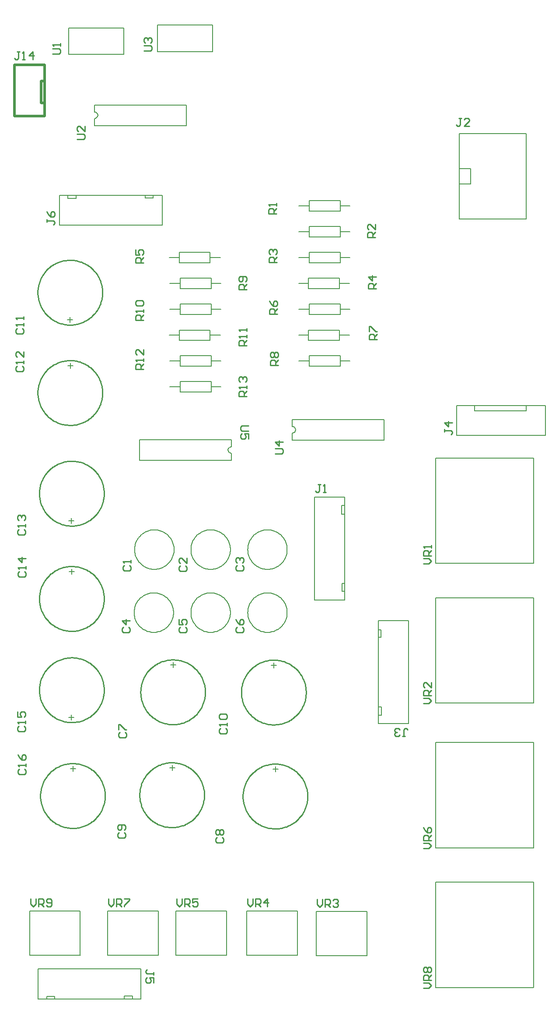
<source format=gto>
%FSTAX23Y23*%
%MOIN*%
%SFA1B1*%

%IPPOS*%
%ADD10C,0.010000*%
%ADD11C,0.007870*%
%ADD12C,0.019680*%
%ADD13C,0.007000*%
%LNfuncgen-1*%
%LPD*%
G54D10*
X0638Y05466D02*
X0638Y05476D01*
X06379Y05486*
X06378Y05496*
X06377Y05506*
X06375Y05516*
X06373Y05525*
X0637Y05535*
X06367Y05545*
X06364Y05554*
X0636Y05563*
X06356Y05572*
X06351Y05581*
X06346Y0559*
X06341Y05599*
X06336Y05607*
X0633Y05615*
X06324Y05623*
X06317Y0563*
X0631Y05638*
X06303Y05645*
X06296Y05651*
X06288Y05658*
X0628Y05664*
X06272Y0567*
X06264Y05675*
X06255Y0568*
X06246Y05685*
X06237Y0569*
X06228Y05694*
X06219Y05697*
X0621Y05701*
X062Y05703*
X0619Y05706*
X06181Y05708*
X06171Y0571*
X06161Y05711*
X06151Y05712*
X06141Y05712*
X06131Y05713*
X06121Y05712*
X06111Y05712*
X06101Y0571*
X06091Y05709*
X06081Y05707*
X06072Y05705*
X06062Y05702*
X06052Y05699*
X06043Y05695*
X06034Y05692*
X06025Y05687*
X06016Y05683*
X06007Y05678*
X05999Y05673*
X0599Y05667*
X05982Y05661*
X05975Y05655*
X05967Y05648*
X0596Y05641*
X05953Y05634*
X05946Y05627*
X0594Y05619*
X05934Y05611*
X05928Y05603*
X05923Y05594*
X05918Y05586*
X05913Y05577*
X05909Y05568*
X05905Y05559*
X05901Y05549*
X05898Y0554*
X05895Y0553*
X05893Y05521*
X05891Y05511*
X05889Y05501*
X05888Y05491*
X05887Y05481*
X05887Y05471*
Y05461*
X05887Y05451*
X05888Y05441*
X05889Y05431*
X05891Y05421*
X05893Y05412*
X05895Y05402*
X05898Y05392*
X05901Y05383*
X05905Y05373*
X05909Y05364*
X05913Y05355*
X05918Y05346*
X05923Y05338*
X05928Y05329*
X05934Y05321*
X0594Y05313*
X05946Y05305*
X05953Y05298*
X0596Y05291*
X05967Y05284*
X05975Y05277*
X05982Y05271*
X0599Y05265*
X05999Y0526*
X06007Y05254*
X06016Y05249*
X06025Y05245*
X06034Y0524*
X06043Y05237*
X06052Y05233*
X06062Y0523*
X06072Y05227*
X06081Y05225*
X06091Y05223*
X06101Y05222*
X06111Y05221*
X06121Y0522*
X06131Y0522*
X06141Y0522*
X06151Y0522*
X06161Y05221*
X06171Y05222*
X06181Y05224*
X0619Y05226*
X062Y05229*
X0621Y05232*
X06219Y05235*
X06228Y05239*
X06237Y05243*
X06246Y05247*
X06255Y05252*
X06264Y05257*
X06272Y05262*
X0628Y05268*
X06288Y05274*
X06296Y05281*
X06303Y05287*
X0631Y05294*
X06317Y05302*
X06324Y05309*
X0633Y05317*
X06336Y05325*
X06341Y05334*
X06346Y05342*
X06351Y05351*
X06356Y0536*
X0636Y05369*
X06364Y05378*
X06367Y05387*
X0637Y05397*
X06373Y05407*
X06375Y05416*
X06377Y05426*
X06378Y05436*
X06379Y05446*
X0638Y05456*
X0638Y05466*
X06392Y03899D02*
X06392Y03909D01*
X06391Y03919*
X0639Y03929*
X06388Y03939*
X06387Y03949*
X06384Y03958*
X06382Y03968*
X06379Y03978*
X06375Y03987*
X06372Y03996*
X06368Y04005*
X06363Y04014*
X06358Y04023*
X06353Y04032*
X06348Y0404*
X06342Y04048*
X06335Y04056*
X06329Y04063*
X06322Y04071*
X06315Y04078*
X06308Y04085*
X063Y04091*
X06292Y04097*
X06284Y04103*
X06276Y04108*
X06267Y04113*
X06258Y04118*
X06249Y04123*
X0624Y04127*
X06231Y0413*
X06221Y04134*
X06212Y04136*
X06202Y04139*
X06192Y04141*
X06183Y04143*
X06173Y04144*
X06163Y04145*
X06153Y04146*
X06143Y04146*
X06133Y04145*
X06123Y04145*
X06113Y04144*
X06103Y04142*
X06093Y0414*
X06083Y04138*
X06074Y04135*
X06064Y04132*
X06055Y04129*
X06046Y04125*
X06037Y0412*
X06028Y04116*
X06019Y04111*
X06011Y04106*
X06002Y041*
X05994Y04094*
X05986Y04088*
X05979Y04081*
X05972Y04074*
X05965Y04067*
X05958Y0406*
X05952Y04052*
X05946Y04044*
X0594Y04036*
X05935Y04027*
X0593Y04019*
X05925Y0401*
X05921Y04001*
X05917Y03992*
X05913Y03982*
X0591Y03973*
X05907Y03963*
X05905Y03954*
X05903Y03944*
X05901Y03934*
X059Y03924*
X05899Y03914*
X05899Y03904*
Y03894*
X05899Y03884*
X059Y03874*
X05901Y03864*
X05903Y03854*
X05905Y03845*
X05907Y03835*
X0591Y03825*
X05913Y03816*
X05917Y03806*
X05921Y03797*
X05925Y03788*
X0593Y03779*
X05935Y03771*
X0594Y03762*
X05946Y03754*
X05952Y03746*
X05958Y03739*
X05965Y03731*
X05972Y03724*
X05979Y03717*
X05986Y0371*
X05994Y03704*
X06002Y03698*
X06011Y03693*
X06019Y03687*
X06028Y03682*
X06037Y03678*
X06046Y03674*
X06055Y0367*
X06064Y03666*
X06074Y03663*
X06083Y0366*
X06093Y03658*
X06103Y03656*
X06113Y03655*
X06123Y03654*
X06133Y03653*
X06143Y03653*
X06153Y03653*
X06163Y03653*
X06173Y03654*
X06183Y03655*
X06192Y03657*
X06202Y03659*
X06212Y03662*
X06221Y03665*
X06231Y03668*
X0624Y03672*
X06249Y03676*
X06258Y0368*
X06267Y03685*
X06276Y0369*
X06284Y03695*
X06292Y03701*
X063Y03707*
X06308Y03714*
X06315Y0372*
X06322Y03727*
X06329Y03735*
X06335Y03742*
X06342Y0375*
X06348Y03758*
X06353Y03767*
X06358Y03775*
X06363Y03784*
X06368Y03793*
X06372Y03802*
X06375Y03811*
X06379Y03821*
X06382Y0383*
X06384Y0384*
X06387Y03849*
X06388Y03859*
X0639Y03869*
X06391Y03879*
X06392Y03889*
X06392Y03899*
X0638Y0623D02*
X0638Y0624D01*
X06379Y0625*
X06378Y0626*
X06377Y0627*
X06375Y06279*
X06373Y06289*
X0637Y06299*
X06367Y06308*
X06364Y06318*
X0636Y06327*
X06356Y06336*
X06351Y06345*
X06346Y06354*
X06341Y06362*
X06336Y06371*
X0633Y06379*
X06324Y06387*
X06317Y06394*
X0631Y06401*
X06303Y06409*
X06296Y06415*
X06288Y06422*
X0628Y06428*
X06272Y06434*
X06264Y06439*
X06255Y06444*
X06246Y06449*
X06237Y06453*
X06228Y06457*
X06219Y06461*
X0621Y06464*
X062Y06467*
X0619Y0647*
X06181Y06472*
X06171Y06474*
X06161Y06475*
X06151Y06476*
X06141Y06476*
X06131Y06476*
X06121Y06476*
X06111Y06475*
X06101Y06474*
X06091Y06473*
X06081Y06471*
X06072Y06468*
X06062Y06466*
X06052Y06463*
X06043Y06459*
X06034Y06455*
X06025Y06451*
X06016Y06447*
X06007Y06442*
X05999Y06436*
X0599Y06431*
X05982Y06425*
X05975Y06418*
X05967Y06412*
X0596Y06405*
X05953Y06398*
X05946Y0639*
X0594Y06383*
X05934Y06375*
X05928Y06367*
X05923Y06358*
X05918Y06349*
X05913Y06341*
X05909Y06332*
X05905Y06322*
X05901Y06313*
X05898Y06304*
X05895Y06294*
X05893Y06284*
X05891Y06275*
X05889Y06265*
X05888Y06255*
X05887Y06245*
X05887Y06235*
Y06225*
X05887Y06215*
X05888Y06205*
X05889Y06195*
X05891Y06185*
X05893Y06175*
X05895Y06166*
X05898Y06156*
X05901Y06147*
X05905Y06137*
X05909Y06128*
X05913Y06119*
X05918Y0611*
X05923Y06102*
X05928Y06093*
X05934Y06085*
X0594Y06077*
X05946Y06069*
X05953Y06062*
X0596Y06055*
X05967Y06048*
X05975Y06041*
X05982Y06035*
X0599Y06029*
X05999Y06023*
X06007Y06018*
X06016Y06013*
X06025Y06008*
X06034Y06004*
X06043Y06*
X06052Y05997*
X06062Y05994*
X06072Y05991*
X06081Y05989*
X06091Y05987*
X06101Y05985*
X06111Y05984*
X06121Y05984*
X06131Y05983*
X06141Y05983*
X06151Y05984*
X06161Y05985*
X06171Y05986*
X06181Y05988*
X0619Y0599*
X062Y05992*
X0621Y05995*
X06219Y05999*
X06228Y06002*
X06237Y06006*
X06246Y06011*
X06255Y06015*
X06264Y06021*
X06272Y06026*
X0628Y06032*
X06288Y06038*
X06296Y06044*
X06303Y06051*
X0631Y06058*
X06317Y06065*
X06324Y06073*
X0633Y06081*
X06336Y06089*
X06341Y06097*
X06346Y06106*
X06351Y06115*
X06356Y06123*
X0636Y06133*
X06364Y06142*
X06367Y06151*
X0637Y06161*
X06373Y0617*
X06375Y0618*
X06377Y0619*
X06378Y062*
X06379Y0621*
X0638Y0622*
X0638Y0623*
X06392Y03204D02*
X06392Y03214D01*
X06391Y03224*
X0639Y03234*
X06388Y03244*
X06387Y03254*
X06384Y03264*
X06382Y03273*
X06379Y03283*
X06375Y03292*
X06372Y03301*
X06368Y03311*
X06363Y03319*
X06358Y03328*
X06353Y03337*
X06348Y03345*
X06342Y03353*
X06335Y03361*
X06329Y03369*
X06322Y03376*
X06315Y03383*
X06308Y0339*
X063Y03396*
X06292Y03402*
X06284Y03408*
X06276Y03413*
X06267Y03419*
X06258Y03423*
X06249Y03428*
X0624Y03432*
X06231Y03435*
X06221Y03439*
X06212Y03442*
X06202Y03444*
X06192Y03446*
X06183Y03448*
X06173Y03449*
X06163Y0345*
X06153Y03451*
X06143Y03451*
X06133Y0345*
X06123Y0345*
X06113Y03449*
X06103Y03447*
X06093Y03445*
X06083Y03443*
X06074Y0344*
X06064Y03437*
X06055Y03434*
X06046Y0343*
X06037Y03426*
X06028Y03421*
X06019Y03416*
X06011Y03411*
X06002Y03405*
X05994Y03399*
X05986Y03393*
X05979Y03386*
X05972Y03379*
X05965Y03372*
X05958Y03365*
X05952Y03357*
X05946Y03349*
X0594Y03341*
X05935Y03333*
X0593Y03324*
X05925Y03315*
X05921Y03306*
X05917Y03297*
X05913Y03288*
X0591Y03278*
X05907Y03268*
X05905Y03259*
X05903Y03249*
X05901Y03239*
X059Y03229*
X05899Y03219*
X05899Y03209*
Y03199*
X05899Y03189*
X059Y03179*
X05901Y03169*
X05903Y0316*
X05905Y0315*
X05907Y0314*
X0591Y0313*
X05913Y03121*
X05917Y03112*
X05921Y03102*
X05925Y03093*
X0593Y03085*
X05935Y03076*
X0594Y03068*
X05946Y03059*
X05952Y03051*
X05958Y03044*
X05965Y03036*
X05972Y03029*
X05979Y03022*
X05986Y03016*
X05994Y03009*
X06002Y03003*
X06011Y02998*
X06019Y02992*
X06028Y02987*
X06037Y02983*
X06046Y02979*
X06055Y02975*
X06064Y02971*
X06074Y02968*
X06083Y02966*
X06093Y02963*
X06103Y02961*
X06113Y0296*
X06123Y02959*
X06133Y02958*
X06143Y02958*
X06153Y02958*
X06163Y02958*
X06173Y02959*
X06183Y02961*
X06192Y02962*
X06202Y02964*
X06212Y02967*
X06221Y0297*
X06231Y02973*
X0624Y02977*
X06249Y02981*
X06258Y02985*
X06267Y0299*
X06276Y02995*
X06284Y03*
X06292Y03006*
X063Y03012*
X06308Y03019*
X06315Y03026*
X06322Y03033*
X06329Y0304*
X06335Y03047*
X06342Y03055*
X06348Y03063*
X06353Y03072*
X06358Y0308*
X06363Y03089*
X06368Y03098*
X06372Y03107*
X06375Y03116*
X06379Y03126*
X06382Y03135*
X06384Y03145*
X06387Y03155*
X06388Y03164*
X0639Y03174*
X06391Y03184*
X06392Y03194*
X06392Y03204*
Y047D02*
X06392Y0471D01*
X06391Y0472*
X0639Y0473*
X06388Y0474*
X06387Y0475*
X06384Y0476*
X06382Y04769*
X06379Y04779*
X06375Y04788*
X06372Y04798*
X06368Y04807*
X06363Y04816*
X06358Y04824*
X06353Y04833*
X06348Y04841*
X06342Y04849*
X06335Y04857*
X06329Y04865*
X06322Y04872*
X06315Y04879*
X06308Y04886*
X063Y04892*
X06292Y04898*
X06284Y04904*
X06276Y0491*
X06267Y04915*
X06258Y04919*
X06249Y04924*
X0624Y04928*
X06231Y04931*
X06221Y04935*
X06212Y04938*
X06202Y0494*
X06192Y04942*
X06183Y04944*
X06173Y04945*
X06163Y04946*
X06153Y04947*
X06143Y04947*
X06133Y04947*
X06123Y04946*
X06113Y04945*
X06103Y04943*
X06093Y04941*
X06083Y04939*
X06074Y04936*
X06064Y04933*
X06055Y0493*
X06046Y04926*
X06037Y04922*
X06028Y04917*
X06019Y04912*
X06011Y04907*
X06002Y04901*
X05994Y04895*
X05986Y04889*
X05979Y04882*
X05972Y04876*
X05965Y04868*
X05958Y04861*
X05952Y04853*
X05946Y04845*
X0594Y04837*
X05935Y04829*
X0593Y0482*
X05925Y04811*
X05921Y04802*
X05917Y04793*
X05913Y04784*
X0591Y04774*
X05907Y04765*
X05905Y04755*
X05903Y04745*
X05901Y04735*
X059Y04725*
X05899Y04715*
X05899Y04705*
Y04695*
X05899Y04685*
X059Y04675*
X05901Y04665*
X05903Y04656*
X05905Y04646*
X05907Y04636*
X0591Y04626*
X05913Y04617*
X05917Y04608*
X05921Y04598*
X05925Y04589*
X0593Y04581*
X05935Y04572*
X0594Y04564*
X05946Y04555*
X05952Y04547*
X05958Y0454*
X05965Y04532*
X05972Y04525*
X05979Y04518*
X05986Y04512*
X05994Y04505*
X06002Y04499*
X06011Y04494*
X06019Y04488*
X06028Y04484*
X06037Y04479*
X06046Y04475*
X06055Y04471*
X06064Y04467*
X06074Y04464*
X06083Y04462*
X06093Y04459*
X06103Y04457*
X06113Y04456*
X06123Y04455*
X06133Y04454*
X06143Y04454*
X06153Y04454*
X06163Y04454*
X06173Y04455*
X06183Y04457*
X06192Y04458*
X06202Y0446*
X06212Y04463*
X06221Y04466*
X06231Y04469*
X0624Y04473*
X06249Y04477*
X06258Y04481*
X06267Y04486*
X06276Y04491*
X06284Y04497*
X06292Y04502*
X063Y04508*
X06308Y04515*
X06315Y04522*
X06322Y04529*
X06329Y04536*
X06335Y04544*
X06342Y04551*
X06348Y04559*
X06353Y04568*
X06358Y04576*
X06363Y04585*
X06368Y04594*
X06372Y04603*
X06375Y04612*
X06379Y04622*
X06382Y04631*
X06384Y04641*
X06387Y04651*
X06388Y0466*
X0639Y0467*
X06391Y0468*
X06392Y0469*
X06392Y047*
X064Y02399D02*
X06399Y02409D01*
X06399Y02419*
X06398Y02429*
X06396Y02439*
X06395Y02449*
X06392Y02458*
X0639Y02468*
X06387Y02478*
X06383Y02487*
X0638Y02496*
X06375Y02505*
X06371Y02514*
X06366Y02523*
X06361Y02532*
X06355Y0254*
X0635Y02548*
X06343Y02556*
X06337Y02563*
X0633Y02571*
X06323Y02578*
X06316Y02585*
X06308Y02591*
X063Y02597*
X06292Y02603*
X06283Y02608*
X06275Y02613*
X06266Y02618*
X06257Y02623*
X06248Y02627*
X06239Y0263*
X06229Y02634*
X0622Y02636*
X0621Y02639*
X062Y02641*
X0619Y02643*
X0618Y02644*
X06171Y02645*
X06161Y02646*
X06151Y02646*
X06141Y02645*
X06131Y02645*
X06121Y02644*
X06111Y02642*
X06101Y0264*
X06091Y02638*
X06082Y02635*
X06072Y02632*
X06063Y02629*
X06054Y02625*
X06044Y0262*
X06036Y02616*
X06027Y02611*
X06018Y02606*
X0601Y026*
X06002Y02594*
X05994Y02588*
X05987Y02581*
X0598Y02574*
X05973Y02567*
X05966Y0256*
X0596Y02552*
X05954Y02544*
X05948Y02536*
X05943Y02527*
X05937Y02519*
X05933Y0251*
X05929Y02501*
X05925Y02492*
X05921Y02482*
X05918Y02473*
X05915Y02463*
X05913Y02454*
X05911Y02444*
X05909Y02434*
X05908Y02424*
X05907Y02414*
X05907Y02404*
Y02394*
X05907Y02384*
X05908Y02374*
X05909Y02364*
X05911Y02354*
X05913Y02345*
X05915Y02335*
X05918Y02325*
X05921Y02316*
X05925Y02306*
X05929Y02297*
X05933Y02288*
X05937Y02279*
X05943Y02271*
X05948Y02262*
X05954Y02254*
X0596Y02246*
X05966Y02239*
X05973Y02231*
X0598Y02224*
X05987Y02217*
X05994Y0221*
X06002Y02204*
X0601Y02198*
X06018Y02193*
X06027Y02187*
X06036Y02182*
X06044Y02178*
X06054Y02174*
X06063Y0217*
X06072Y02166*
X06082Y02163*
X06091Y0216*
X06101Y02158*
X06111Y02156*
X06121Y02155*
X06131Y02154*
X06141Y02153*
X06151Y02153*
X06161Y02153*
X06171Y02153*
X0618Y02154*
X0619Y02155*
X062Y02157*
X0621Y02159*
X0622Y02162*
X06229Y02165*
X06239Y02168*
X06248Y02172*
X06257Y02176*
X06266Y0218*
X06275Y02185*
X06283Y0219*
X06292Y02195*
X063Y02201*
X06308Y02207*
X06316Y02214*
X06323Y0222*
X0633Y02227*
X06337Y02235*
X06343Y02242*
X0635Y0225*
X06355Y02258*
X06361Y02267*
X06366Y02275*
X06371Y02284*
X06375Y02293*
X0638Y02302*
X06383Y02311*
X06387Y02321*
X0639Y0233*
X06392Y0234*
X06395Y02349*
X06396Y02359*
X06398Y02369*
X06399Y02379*
X06399Y02389*
X064Y02399*
X07163Y03188D02*
X07163Y03198D01*
X07163Y03208*
X07162Y03218*
X0716Y03228*
X07158Y03238*
X07156Y03248*
X07153Y03257*
X0715Y03267*
X07147Y03276*
X07143Y03286*
X07139Y03295*
X07135Y03304*
X0713Y03312*
X07125Y03321*
X07119Y03329*
X07113Y03337*
X07107Y03345*
X07101Y03353*
X07094Y0336*
X07087Y03367*
X07079Y03374*
X07072Y0338*
X07064Y03386*
X07056Y03392*
X07047Y03398*
X07039Y03403*
X0703Y03408*
X07021Y03412*
X07012Y03416*
X07002Y0342*
X06993Y03423*
X06983Y03426*
X06974Y03428*
X06964Y0343*
X06954Y03432*
X06944Y03433*
X06934Y03434*
X06924Y03435*
X06914Y03435*
X06904Y03435*
X06894Y03434*
X06884Y03433*
X06875Y03431*
X06865Y03429*
X06855Y03427*
X06845Y03424*
X06836Y03421*
X06827Y03418*
X06817Y03414*
X06808Y0341*
X06799Y03405*
X06791Y034*
X06782Y03395*
X06774Y03389*
X06766Y03383*
X06758Y03377*
X06751Y03371*
X06743Y03364*
X06736Y03357*
X0673Y03349*
X06723Y03341*
X06717Y03333*
X06712Y03325*
X06706Y03317*
X06701Y03308*
X06697Y03299*
X06692Y0329*
X06688Y03281*
X06685Y03272*
X06682Y03262*
X06679Y03253*
X06676Y03243*
X06674Y03233*
X06673Y03223*
X06672Y03213*
X06671Y03203*
X0667Y03193*
Y03183*
X06671Y03173*
X06672Y03164*
X06673Y03154*
X06674Y03144*
X06676Y03134*
X06679Y03124*
X06682Y03115*
X06685Y03105*
X06688Y03096*
X06692Y03087*
X06697Y03078*
X06701Y03069*
X06706Y0306*
X06712Y03052*
X06717Y03044*
X06723Y03036*
X0673Y03028*
X06736Y0302*
X06743Y03013*
X06751Y03006*
X06758Y03*
X06766Y02994*
X06774Y02988*
X06782Y02982*
X06791Y02977*
X06799Y02972*
X06808Y02967*
X06817Y02963*
X06827Y02959*
X06836Y02956*
X06845Y02953*
X06855Y0295*
X06865Y02948*
X06875Y02946*
X06884Y02944*
X06894Y02943*
X06904Y02942*
X06914Y02942*
X06924Y02942*
X06934Y02943*
X06944Y02943*
X06954Y02945*
X06964Y02947*
X06974Y02949*
X06983Y02951*
X06993Y02954*
X07002Y02957*
X07012Y02961*
X07021Y02965*
X0703Y02969*
X07039Y02974*
X07047Y02979*
X07056Y02985*
X07064Y02991*
X07072Y02997*
X07079Y03003*
X07087Y0301*
X07094Y03017*
X07101Y03024*
X07107Y03032*
X07113Y0304*
X07119Y03048*
X07125Y03056*
X0713Y03064*
X07135Y03073*
X07139Y03082*
X07143Y03091*
X07147Y03101*
X0715Y0311*
X07153Y03119*
X07156Y03129*
X07158Y03139*
X0716Y03149*
X07162Y03159*
X07163Y03169*
X07163Y03178*
X07163Y03188*
X07943Y02395D02*
X07943Y02405D01*
X07942Y02415*
X07941Y02425*
X0794Y02435*
X07938Y02445*
X07936Y02455*
X07933Y02464*
X0793Y02474*
X07927Y02483*
X07923Y02492*
X07919Y02501*
X07914Y0251*
X07909Y02519*
X07904Y02528*
X07899Y02536*
X07893Y02544*
X07887Y02552*
X0788Y0256*
X07873Y02567*
X07866Y02574*
X07859Y02581*
X07851Y02587*
X07843Y02593*
X07835Y02599*
X07827Y02604*
X07818Y0261*
X07809Y02614*
X078Y02619*
X07791Y02623*
X07782Y02626*
X07773Y0263*
X07763Y02633*
X07753Y02635*
X07744Y02637*
X07734Y02639*
X07724Y0264*
X07714Y02641*
X07704Y02642*
X07694Y02642*
X07684Y02641*
X07674Y02641*
X07664Y0264*
X07654Y02638*
X07644Y02636*
X07635Y02634*
X07625Y02631*
X07615Y02628*
X07606Y02625*
X07597Y02621*
X07588Y02617*
X07579Y02612*
X0757Y02607*
X07562Y02602*
X07553Y02596*
X07545Y0259*
X07538Y02584*
X0753Y02577*
X07523Y0257*
X07516Y02563*
X07509Y02556*
X07503Y02548*
X07497Y0254*
X07491Y02532*
X07486Y02523*
X07481Y02515*
X07476Y02506*
X07472Y02497*
X07468Y02488*
X07464Y02478*
X07461Y02469*
X07458Y02459*
X07456Y0245*
X07454Y0244*
X07452Y0243*
X07451Y0242*
X0745Y0241*
X0745Y024*
Y0239*
X0745Y0238*
X07451Y0237*
X07452Y0236*
X07454Y0235*
X07456Y02341*
X07458Y02331*
X07461Y02321*
X07464Y02312*
X07468Y02303*
X07472Y02293*
X07476Y02284*
X07481Y02276*
X07486Y02267*
X07491Y02258*
X07497Y0225*
X07503Y02242*
X07509Y02235*
X07516Y02227*
X07523Y0222*
X0753Y02213*
X07538Y02206*
X07545Y022*
X07553Y02194*
X07562Y02189*
X0757Y02183*
X07579Y02178*
X07588Y02174*
X07597Y0217*
X07606Y02166*
X07615Y02162*
X07625Y02159*
X07635Y02157*
X07644Y02154*
X07654Y02152*
X07664Y02151*
X07674Y0215*
X07684Y02149*
X07694Y02149*
X07704Y02149*
X07714Y02149*
X07724Y0215*
X07734Y02151*
X07744Y02153*
X07753Y02155*
X07763Y02158*
X07773Y02161*
X07782Y02164*
X07791Y02168*
X078Y02172*
X07809Y02176*
X07818Y02181*
X07827Y02186*
X07835Y02191*
X07843Y02197*
X07851Y02203*
X07859Y0221*
X07866Y02216*
X07873Y02224*
X0788Y02231*
X07887Y02238*
X07893Y02246*
X07899Y02254*
X07904Y02263*
X07909Y02271*
X07914Y0228*
X07919Y02289*
X07923Y02298*
X07927Y02307*
X0793Y02317*
X07933Y02326*
X07936Y02336*
X07938Y02346*
X0794Y02355*
X07941Y02365*
X07942Y02375*
X07943Y02385*
X07943Y02395*
X07155Y02405D02*
X07155Y02415D01*
X07155Y02425*
X07154Y02435*
X07152Y02445*
X0715Y02455*
X07148Y02464*
X07146Y02474*
X07143Y02484*
X07139Y02493*
X07135Y02502*
X07131Y02511*
X07127Y0252*
X07122Y02529*
X07117Y02538*
X07111Y02546*
X07105Y02554*
X07099Y02562*
X07093Y02569*
X07086Y02577*
X07079Y02584*
X07071Y0259*
X07064Y02597*
X07056Y02603*
X07048Y02609*
X07039Y02614*
X07031Y02619*
X07022Y02624*
X07013Y02629*
X07004Y02633*
X06995Y02636*
X06985Y02639*
X06976Y02642*
X06966Y02645*
X06956Y02647*
X06946Y02649*
X06936Y0265*
X06926Y02651*
X06916Y02651*
X06906Y02652*
X06896Y02651*
X06886Y02651*
X06877Y02649*
X06867Y02648*
X06857Y02646*
X06847Y02644*
X06838Y02641*
X06828Y02638*
X06819Y02634*
X06809Y02631*
X068Y02626*
X06791Y02622*
X06783Y02617*
X06774Y02612*
X06766Y02606*
X06758Y026*
X0675Y02594*
X06743Y02587*
X06736Y0258*
X06729Y02573*
X06722Y02566*
X06716Y02558*
X06709Y0255*
X06704Y02542*
X06698Y02533*
X06693Y02525*
X06689Y02516*
X06684Y02507*
X0668Y02498*
X06677Y02488*
X06674Y02479*
X06671Y02469*
X06669Y0246*
X06666Y0245*
X06665Y0244*
X06664Y0243*
X06663Y0242*
X06662Y0241*
Y024*
X06663Y0239*
X06664Y0238*
X06665Y0237*
X06666Y0236*
X06669Y02351*
X06671Y02341*
X06674Y02331*
X06677Y02322*
X0668Y02312*
X06684Y02303*
X06689Y02294*
X06693Y02285*
X06698Y02277*
X06704Y02268*
X06709Y0226*
X06716Y02252*
X06722Y02244*
X06729Y02237*
X06736Y0223*
X06743Y02223*
X0675Y02216*
X06758Y0221*
X06766Y02204*
X06774Y02198*
X06783Y02193*
X06791Y02188*
X068Y02184*
X06809Y02179*
X06819Y02176*
X06828Y02172*
X06838Y02169*
X06847Y02166*
X06857Y02164*
X06867Y02162*
X06877Y02161*
X06886Y0216*
X06896Y02159*
X06906Y02158*
X06916Y02159*
X06926Y02159*
X06936Y0216*
X06946Y02161*
X06956Y02163*
X06966Y02165*
X06976Y02168*
X06985Y02171*
X06995Y02174*
X07004Y02177*
X07013Y02182*
X07022Y02186*
X07031Y02191*
X07039Y02196*
X07048Y02201*
X07056Y02207*
X07064Y02213*
X07071Y0222*
X07079Y02226*
X07086Y02233*
X07093Y02241*
X07099Y02248*
X07105Y02256*
X07111Y02264*
X07117Y02272*
X07122Y02281*
X07127Y0229*
X07131Y02299*
X07135Y02308*
X07139Y02317*
X07143Y02326*
X07146Y02336*
X07148Y02346*
X0715Y02355*
X07152Y02365*
X07154Y02375*
X07155Y02385*
X07155Y02395*
X07155Y02405*
X07931Y03187D02*
X07931Y03197D01*
X0793Y03206*
X07929Y03216*
X07928Y03226*
X07926Y03236*
X07924Y03246*
X07921Y03256*
X07918Y03265*
X07915Y03274*
X07911Y03284*
X07907Y03293*
X07902Y03302*
X07898Y03311*
X07892Y03319*
X07887Y03327*
X07881Y03335*
X07875Y03343*
X07868Y03351*
X07862Y03358*
X07854Y03365*
X07847Y03372*
X07839Y03378*
X07831Y03384*
X07823Y0339*
X07815Y03396*
X07806Y03401*
X07798Y03406*
X07789Y0341*
X07779Y03414*
X0777Y03418*
X07761Y03421*
X07751Y03424*
X07741Y03426*
X07732Y03428*
X07722Y0343*
X07712Y03432*
X07702Y03432*
X07692Y03433*
X07682Y03433*
X07672Y03433*
X07662Y03432*
X07652Y03431*
X07642Y03429*
X07632Y03427*
X07623Y03425*
X07613Y03422*
X07604Y03419*
X07594Y03416*
X07585Y03412*
X07576Y03408*
X07567Y03403*
X07558Y03398*
X0755Y03393*
X07542Y03387*
X07534Y03381*
X07526Y03375*
X07518Y03369*
X07511Y03362*
X07504Y03355*
X07497Y03347*
X07491Y03339*
X07485Y03331*
X07479Y03323*
X07474Y03315*
X07469Y03306*
X07464Y03297*
X0746Y03288*
X07456Y03279*
X07453Y0327*
X07449Y0326*
X07447Y03251*
X07444Y03241*
X07442Y03231*
X0744Y03221*
X07439Y03211*
X07438Y03201*
X07438Y03192*
Y03182*
X07438Y03172*
X07439Y03162*
X0744Y03152*
X07442Y03142*
X07444Y03132*
X07447Y03122*
X07449Y03113*
X07453Y03103*
X07456Y03094*
X0746Y03085*
X07464Y03076*
X07469Y03067*
X07474Y03058*
X07479Y0305*
X07485Y03042*
X07491Y03034*
X07497Y03026*
X07504Y03018*
X07511Y03011*
X07518Y03004*
X07526Y02998*
X07534Y02992*
X07542Y02986*
X0755Y0298*
X07558Y02975*
X07567Y0297*
X07576Y02965*
X07585Y02961*
X07594Y02957*
X07604Y02954*
X07613Y02951*
X07623Y02948*
X07632Y02946*
X07642Y02944*
X07652Y02942*
X07662Y02941*
X07672Y0294*
X07682Y0294*
X07692Y0294*
X07702Y02941*
X07712Y02942*
X07722Y02943*
X07732Y02945*
X07741Y02947*
X07751Y02949*
X07761Y02952*
X0777Y02955*
X07779Y02959*
X07789Y02963*
X07798Y02967*
X07806Y02972*
X07815Y02977*
X07823Y02983*
X07831Y02989*
X07839Y02995*
X07847Y03001*
X07854Y03008*
X07862Y03015*
X07868Y03022*
X07875Y0303*
X07881Y03038*
X07887Y03046*
X07892Y03054*
X07898Y03063*
X07902Y03071*
X07907Y0308*
X07911Y03089*
X07915Y03099*
X07918Y03108*
X07921Y03117*
X07924Y03127*
X07926Y03137*
X07928Y03147*
X07929Y03157*
X0793Y03167*
X07931Y03177*
X07931Y03187*
X08984Y05188D02*
Y05168D01*
Y05178*
X09034*
X09044Y05168*
Y05158*
X09034Y05148*
X09044Y05238D02*
X08984D01*
X09014Y05208*
Y05248*
X08824Y03102D02*
X08864D01*
X08884Y03122*
X08864Y03142*
X08824*
X08884Y03162D02*
X08824D01*
Y03192*
X08834Y03202*
X08854*
X08864Y03192*
Y03162*
Y03182D02*
X08884Y03202D01*
Y03262D02*
Y03222D01*
X08844Y03262*
X08834*
X08824Y03252*
Y03232*
X08834Y03222*
X08824Y04165D02*
X08864D01*
X08884Y04185*
X08864Y04205*
X08824*
X08884Y04225D02*
X08824D01*
Y04255*
X08834Y04265*
X08854*
X08864Y04255*
Y04225*
Y04245D02*
X08884Y04265D01*
Y04285D02*
Y04305D01*
Y04295*
X08824*
X08834Y04285*
X06695Y0807D02*
X06745D01*
X06755Y0808*
Y081*
X06745Y0811*
X06695*
X06705Y0813D02*
X06695Y0814D01*
Y0816*
X06705Y0817*
X06715*
X06725Y0816*
Y0815*
Y0816*
X06735Y0817*
X06745*
X06755Y0816*
Y0814*
X06745Y0813*
X05999Y08047D02*
X06049D01*
X06059Y08057*
Y08077*
X06049Y08087*
X05999*
X06059Y08107D02*
Y08127D01*
Y08117*
X05999*
X06009Y08107*
X06187Y07395D02*
X06237D01*
X06247Y07405*
Y07425*
X06237Y07435*
X06187*
X06247Y07495D02*
Y07455D01*
X06207Y07495*
X06197*
X06187Y07485*
Y07465*
X06197Y07455*
X0846Y06649D02*
X084D01*
Y06679*
X0841Y06689*
X0843*
X0844Y06679*
Y06649*
Y06669D02*
X0846Y06689D01*
Y06749D02*
Y06709D01*
X0842Y06749*
X0841*
X084Y06739*
Y06719*
X0841Y06709*
X07704Y0683D02*
X07644D01*
Y0686*
X07654Y0687*
X07674*
X07684Y0686*
Y0683*
Y0685D02*
X07704Y0687D01*
Y0689D02*
Y0691D01*
Y069*
X07644*
X07654Y0689*
X09114Y07556D02*
X09094D01*
X09104*
Y07506*
X09094Y07496*
X09084*
X09074Y07506*
X09174Y07496D02*
X09134D01*
X09174Y07536*
Y07546*
X09164Y07556*
X09144*
X09134Y07546*
X06768Y01035D02*
Y01055D01*
Y01045*
X06718*
X06708Y01055*
Y01065*
X06718Y01075*
X06768Y00975D02*
Y01015D01*
X06738*
X06748Y00995*
Y00985*
X06738Y00975*
X06718*
X06708Y00985*
Y01005*
X06718Y01015*
X08665Y02853D02*
X08685D01*
X08675*
Y02903*
X08685Y02913*
X08695*
X08705Y02903*
X08645Y02863D02*
X08635Y02853D01*
X08615*
X08605Y02863*
Y02873*
X08615Y02883*
X08625*
X08615*
X08605Y02893*
Y02903*
X08615Y02913*
X08635*
X08645Y02903*
X08043Y04768D02*
X08023D01*
X08033*
Y04718*
X08023Y04708*
X08013*
X08003Y04718*
X08063Y04708D02*
X08083D01*
X08073*
Y04768*
X08063Y04758*
X07406Y03681D02*
X07396Y03671D01*
Y03651*
X07406Y03641*
X07446*
X07456Y03651*
Y03671*
X07446Y03681*
X07396Y03741D02*
X07406Y03721D01*
X07426Y03701*
X07446*
X07456Y03711*
Y03731*
X07446Y03741*
X07436*
X07426Y03731*
Y03701*
X06973Y03681D02*
X06963Y03671D01*
Y03651*
X06973Y03641*
X07013*
X07023Y03651*
Y03671*
X07013Y03681*
X06963Y03741D02*
Y03701D01*
X06993*
X06983Y03721*
Y03731*
X06993Y03741*
X07013*
X07023Y03731*
Y03711*
X07013Y03701*
X0654Y03681D02*
X0653Y03671D01*
Y03651*
X0654Y03641*
X0658*
X0659Y03651*
Y03671*
X0658Y03681*
X0659Y03731D02*
X0653D01*
X0656Y03701*
Y03741*
X07406Y04154D02*
X07396Y04144D01*
Y04124*
X07406Y04114*
X07446*
X07456Y04124*
Y04144*
X07446Y04154*
X07406Y04174D02*
X07396Y04184D01*
Y04204*
X07406Y04214*
X07416*
X07426Y04204*
Y04194*
Y04204*
X07436Y04214*
X07446*
X07456Y04204*
Y04184*
X07446Y04174*
X05956Y06787D02*
Y06767D01*
Y06777*
X06006*
X06016Y06767*
Y06757*
X06006Y06747*
X05956Y06847D02*
X05966Y06827D01*
X05986Y06807*
X06006*
X06016Y06817*
Y06837*
X06006Y06847*
X05996*
X05986Y06837*
Y06807*
X07695Y05001D02*
X07745D01*
X07755Y05011*
Y05031*
X07745Y05041*
X07695*
X07755Y05091D02*
X07695D01*
X07725Y05061*
Y05101*
X0748Y06251D02*
X0742D01*
Y06281*
X0743Y06291*
X0745*
X0746Y06281*
Y06251*
Y06271D02*
X0748Y06291D01*
X0747Y06311D02*
X0748Y06321D01*
Y06341*
X0747Y06351*
X0743*
X0742Y06341*
Y06321*
X0743Y06311*
X0744*
X0745Y06321*
Y06351*
X0772Y05677D02*
X0766D01*
Y05707*
X0767Y05717*
X0769*
X077Y05707*
Y05677*
Y05697D02*
X0772Y05717D01*
X0767Y05737D02*
X0766Y05747D01*
Y05767*
X0767Y05777*
X0768*
X0769Y05767*
X077Y05777*
X0771*
X0772Y05767*
Y05747*
X0771Y05737*
X077*
X0769Y05747*
X0768Y05737*
X0767*
X0769Y05747D02*
Y05767D01*
X08472Y05874D02*
X08412D01*
Y05904*
X08422Y05914*
X08442*
X08452Y05904*
Y05874*
Y05894D02*
X08472Y05914D01*
X08412Y05934D02*
Y05973D01*
X08422*
X08462Y05934*
X08472*
X07712Y06066D02*
X07652D01*
Y06096*
X07662Y06106*
X07682*
X07692Y06096*
Y06066*
Y06086D02*
X07712Y06106D01*
X07652Y06166D02*
X07662Y06146D01*
X07682Y06126*
X07702*
X07712Y06136*
Y06156*
X07702Y06166*
X07692*
X07682Y06156*
Y06126*
X06692Y06456D02*
X06632D01*
Y06486*
X06642Y06496*
X06662*
X06672Y06486*
Y06456*
Y06476D02*
X06692Y06496D01*
X06632Y06556D02*
Y06516D01*
X06662*
X06652Y06536*
Y06546*
X06662Y06556*
X06682*
X06692Y06546*
Y06526*
X06682Y06516*
X08464Y06259D02*
X08404D01*
Y06289*
X08414Y06299*
X08434*
X08444Y06289*
Y06259*
Y06279D02*
X08464Y06299D01*
Y06349D02*
X08404D01*
X08434Y06319*
Y06359*
X07708Y0646D02*
X07648D01*
Y0649*
X07658Y065*
X07678*
X07688Y0649*
Y0646*
Y0648D02*
X07708Y065D01*
X07658Y0652D02*
X07648Y0653D01*
Y0655*
X07658Y0656*
X07668*
X07678Y0655*
Y0654*
Y0655*
X07688Y0656*
X07698*
X07708Y0655*
Y0653*
X07698Y0652*
X0728Y02912D02*
X0727Y02902D01*
Y02882*
X0728Y02872*
X0732*
X0733Y02882*
Y02902*
X0732Y02912*
X0733Y02932D02*
Y02952D01*
Y02942*
X0727*
X0728Y02932*
Y02982D02*
X0727Y02992D01*
Y03012*
X0728Y03022*
X0732*
X0733Y03012*
Y02992*
X0732Y02982*
X0728*
X06505Y0212D02*
X06495Y0211D01*
Y0209*
X06505Y0208*
X06545*
X06555Y0209*
Y0211*
X06545Y0212*
Y0214D02*
X06555Y0215D01*
Y0217*
X06545Y0218*
X06505*
X06495Y0217*
Y0215*
X06505Y0214*
X06515*
X06525Y0215*
Y0218*
X07253Y02081D02*
X07243Y02071D01*
Y02051*
X07253Y02041*
X07293*
X07303Y02051*
Y02071*
X07293Y02081*
X07253Y02101D02*
X07243Y02111D01*
Y02131*
X07253Y02141*
X07263*
X07273Y02131*
X07283Y02141*
X07293*
X07303Y02131*
Y02111*
X07293Y02101*
X07283*
X07273Y02111*
X07263Y02101*
X07253*
X07273Y02111D02*
Y02131D01*
X06513Y02884D02*
X06503Y02874D01*
Y02854*
X06513Y02844*
X06552*
X06562Y02854*
Y02874*
X06552Y02884*
X06503Y02904D02*
Y02944D01*
X06513*
X06552Y02904*
X06562*
X06544Y04154D02*
X06534Y04144D01*
Y04124*
X06544Y04114*
X06584*
X06594Y04124*
Y04144*
X06584Y04154*
X06594Y04174D02*
Y04194D01*
Y04184*
X06534*
X06544Y04174*
X06973Y0415D02*
X06963Y0414D01*
Y0412*
X06973Y0411*
X07013*
X07023Y0412*
Y0414*
X07013Y0415*
X07023Y0421D02*
Y0417D01*
X06983Y0421*
X06973*
X06963Y042*
Y0418*
X06973Y0417*
X07493Y05215D02*
X07443D01*
X07433Y05205*
Y05185*
X07443Y05175*
X07493*
Y05115D02*
Y05155D01*
X07463*
X07473Y05135*
Y05125*
X07463Y05115*
X07443*
X07433Y05125*
Y05145*
X07443Y05155*
X05745Y02602D02*
X05735Y02592D01*
Y02572*
X05745Y02562*
X05785*
X05795Y02572*
Y02592*
X05785Y02602*
X05795Y02622D02*
Y02642D01*
Y02632*
X05735*
X05745Y02622*
X05735Y02712D02*
X05745Y02692D01*
X05765Y02672*
X05785*
X05795Y02682*
Y02702*
X05785Y02712*
X05775*
X05765Y02702*
Y02672*
X05741Y0293D02*
X05731Y0292D01*
Y029*
X05741Y0289*
X05781*
X05791Y029*
Y0292*
X05781Y0293*
X05791Y0295D02*
Y0297D01*
Y0296*
X05731*
X05741Y0295*
X05731Y0304D02*
Y03D01*
X05761*
X05751Y0302*
Y0303*
X05761Y0304*
X05781*
X05791Y0303*
Y0301*
X05781Y03*
X05745Y04106D02*
X05735Y04096D01*
Y04076*
X05745Y04066*
X05785*
X05795Y04076*
Y04096*
X05785Y04106*
X05795Y04126D02*
Y04146D01*
Y04136*
X05735*
X05745Y04126*
X05795Y04206D02*
X05735D01*
X05765Y04176*
Y04216*
X05741Y04426D02*
X05731Y04416D01*
Y04396*
X05741Y04386*
X05781*
X05791Y04396*
Y04416*
X05781Y04426*
X05791Y04446D02*
Y04466D01*
Y04456*
X05731*
X05741Y04446*
Y04496D02*
X05731Y04506D01*
Y04526*
X05741Y04536*
X05751*
X05761Y04526*
Y04516*
Y04526*
X05771Y04536*
X05781*
X05791Y04526*
Y04506*
X05781Y04496*
X05729Y05669D02*
X05719Y05659D01*
Y05639*
X05729Y05629*
X05769*
X05779Y05639*
Y05659*
X05769Y05669*
X05779Y05689D02*
Y05709D01*
Y05699*
X05719*
X05729Y05689*
X05779Y05779D02*
Y05739D01*
X05739Y05779*
X05729*
X05719Y05769*
Y05749*
X05729Y05739*
X05729Y05955D02*
X05719Y05945D01*
Y05925*
X05729Y05915*
X05769*
X05779Y05925*
Y05945*
X05769Y05955*
X05779Y05975D02*
Y05995D01*
Y05985*
X05719*
X05729Y05975*
X05779Y06025D02*
Y06045D01*
Y06035*
X05719*
X05729Y06025*
X06692Y06019D02*
X06632D01*
Y06049*
X06642Y06059*
X06662*
X06672Y06049*
Y06019*
Y06039D02*
X06692Y06059D01*
Y06079D02*
Y06099D01*
Y06089*
X06632*
X06642Y06079*
Y06129D02*
X06632Y06139D01*
Y06159*
X06642Y06169*
X06682*
X06692Y06159*
Y06139*
X06682Y06129*
X06642*
X0748Y05826D02*
X0742D01*
Y05856*
X0743Y05866*
X0745*
X0746Y05856*
Y05826*
Y05846D02*
X0748Y05866D01*
Y05886D02*
Y05906D01*
Y05896*
X0742*
X0743Y05886*
X0748Y05936D02*
Y05956D01*
Y05946*
X0742*
X0743Y05936*
X06692Y05645D02*
X06632D01*
Y05675*
X06642Y05685*
X06662*
X06672Y05675*
Y05645*
Y05665D02*
X06692Y05685D01*
Y05705D02*
Y05725D01*
Y05715*
X06632*
X06642Y05705*
X06692Y05795D02*
Y05755D01*
X06652Y05795*
X06642*
X06632Y05785*
Y05765*
X06642Y05755*
X0748Y0544D02*
X0742D01*
Y0547*
X0743Y0548*
X0745*
X0746Y0547*
Y0544*
Y0546D02*
X0748Y0548D01*
Y055D02*
Y0552D01*
Y0551*
X0742*
X0743Y055*
Y0555D02*
X0742Y0556D01*
Y0558*
X0743Y0559*
X0744*
X0745Y0558*
Y0557*
Y0558*
X0746Y0559*
X0747*
X0748Y0558*
Y0556*
X0747Y0555*
X08824Y02D02*
X08864D01*
X08884Y0202*
X08864Y0204*
X08824*
X08884Y0206D02*
X08824D01*
Y0209*
X08834Y021*
X08854*
X08864Y0209*
Y0206*
Y0208D02*
X08884Y021D01*
X08824Y0216D02*
X08834Y0214D01*
X08854Y0212*
X08874*
X08884Y0213*
Y0215*
X08874Y0216*
X08864*
X08854Y0215*
Y0212*
X08824Y00937D02*
X08864D01*
X08884Y00957*
X08864Y00977*
X08824*
X08884Y00997D02*
X08824D01*
Y01027*
X08834Y01037*
X08854*
X08864Y01027*
Y00997*
Y01017D02*
X08884Y01037D01*
X08834Y01057D02*
X08824Y01067D01*
Y01087*
X08834Y01097*
X08844*
X08854Y01087*
X08864Y01097*
X08874*
X08884Y01087*
Y01067*
X08874Y01057*
X08864*
X08854Y01067*
X08844Y01057*
X08834*
X08854Y01067D02*
Y01087D01*
X05749Y08064D02*
X05729D01*
X05739*
Y08014*
X05729Y08004*
X05719*
X05709Y08014*
X05769Y08004D02*
X05789D01*
X05779*
Y08064*
X05769Y08054*
X05849Y08004D02*
Y08064D01*
X05819Y08034*
X05859*
X08016Y01613D02*
Y01573D01*
X08036Y01553*
X08056Y01573*
Y01613*
X08076Y01553D02*
Y01613D01*
X08106*
X08116Y01603*
Y01583*
X08106Y01573*
X08076*
X08096D02*
X08116Y01553D01*
X08136Y01603D02*
X08146Y01613D01*
X08166*
X08176Y01603*
Y01593*
X08166Y01583*
X08156*
X08166*
X08176Y01573*
Y01563*
X08166Y01553*
X08146*
X08136Y01563*
X07485Y01617D02*
Y01577D01*
X07505Y01557*
X07525Y01577*
Y01617*
X07545Y01557D02*
Y01617D01*
X07575*
X07585Y01607*
Y01587*
X07575Y01577*
X07545*
X07565D02*
X07585Y01557D01*
X07635D02*
Y01617D01*
X07605Y01587*
X07645*
X06945Y01617D02*
Y01577D01*
X06965Y01557*
X06985Y01577*
Y01617*
X07005Y01557D02*
Y01617D01*
X07035*
X07045Y01607*
Y01587*
X07035Y01577*
X07005*
X07025D02*
X07045Y01557D01*
X07105Y01617D02*
X07065D01*
Y01587*
X07085Y01597*
X07095*
X07105Y01587*
Y01567*
X07095Y01557*
X07075*
X07065Y01567*
X06426Y01617D02*
Y01577D01*
X06446Y01557*
X06466Y01577*
Y01617*
X06486Y01557D02*
Y01617D01*
X06516*
X06526Y01607*
Y01587*
X06516Y01577*
X06486*
X06506D02*
X06526Y01557D01*
X06546Y01617D02*
X06586D01*
Y01607*
X06546Y01567*
Y01557*
X05831Y01617D02*
Y01577D01*
X05851Y01557*
X05871Y01577*
Y01617*
X05891Y01557D02*
Y01617D01*
X05921*
X05931Y01607*
Y01587*
X05921Y01577*
X05891*
X05911D02*
X05931Y01557D01*
X05951Y01567D02*
X05961Y01557D01*
X05981*
X05991Y01567*
Y01607*
X05981Y01617*
X05961*
X05951Y01607*
Y01597*
X05961Y01587*
X05991*
G54D11*
X06319Y07553D02*
X06328Y07555D01*
X06336Y07561*
X06342Y07569*
X06344Y07578*
X06342Y07588*
X06336Y07596*
X06328Y07601*
X06319Y07603*
X07354Y04273D02*
X07354Y04283D01*
X07353Y04293*
X07351Y04303*
X07349Y04313*
X07346Y04322*
X07342Y04332*
X07338Y04341*
X07333Y0435*
X07328Y04358*
X07322Y04366*
X07315Y04374*
X07309Y04381*
X07301Y04388*
X07293Y04394*
X07285Y044*
X07276Y04405*
X07267Y04409*
X07258Y04413*
X07249Y04416*
X07239Y04419*
X07229Y04421*
X07219Y04422*
X07209Y04423*
X07199*
X07189Y04422*
X07179Y04421*
X07169Y04419*
X0716Y04416*
X0715Y04413*
X07141Y04409*
X07132Y04405*
X07124Y044*
X07115Y04394*
X07107Y04388*
X071Y04381*
X07093Y04374*
X07087Y04366*
X07081Y04358*
X07075Y0435*
X0707Y04341*
X07066Y04332*
X07063Y04322*
X0706Y04313*
X07057Y04303*
X07056Y04293*
X07055Y04283*
X07054Y04273*
X07055Y04263*
X07056Y04253*
X07057Y04243*
X0706Y04233*
X07063Y04224*
X07066Y04215*
X0707Y04205*
X07075Y04197*
X07081Y04188*
X07087Y0418*
X07093Y04173*
X071Y04165*
X07107Y04159*
X07115Y04152*
X07124Y04147*
X07132Y04142*
X07141Y04137*
X0715Y04133*
X0716Y0413*
X07169Y04127*
X07179Y04125*
X07189Y04124*
X07199Y04123*
X07209*
X07219Y04124*
X07229Y04125*
X07239Y04127*
X07249Y0413*
X07258Y04133*
X07267Y04137*
X07276Y04142*
X07285Y04147*
X07293Y04152*
X07301Y04159*
X07309Y04165*
X07315Y04173*
X07322Y0418*
X07328Y04188*
X07333Y04197*
X07338Y04205*
X07342Y04215*
X07346Y04224*
X07349Y04233*
X07351Y04243*
X07353Y04253*
X07354Y04263*
X07354Y04273*
X06925D02*
X06925Y04283D01*
X06924Y04293*
X06922Y04303*
X0692Y04313*
X06917Y04322*
X06913Y04332*
X06909Y04341*
X06904Y0435*
X06899Y04358*
X06893Y04366*
X06886Y04374*
X06879Y04381*
X06872Y04388*
X06864Y04394*
X06856Y044*
X06847Y04405*
X06838Y04409*
X06829Y04413*
X0682Y04416*
X0681Y04419*
X068Y04421*
X0679Y04422*
X0678Y04423*
X0677*
X0676Y04422*
X0675Y04421*
X0674Y04419*
X06731Y04416*
X06721Y04413*
X06712Y04409*
X06703Y04405*
X06694Y044*
X06686Y04394*
X06678Y04388*
X06671Y04381*
X06664Y04374*
X06657Y04366*
X06651Y04358*
X06646Y0435*
X06641Y04341*
X06637Y04332*
X06633Y04322*
X0663Y04313*
X06628Y04303*
X06626Y04293*
X06625Y04283*
X06625Y04273*
X06625Y04263*
X06626Y04253*
X06628Y04243*
X0663Y04233*
X06633Y04224*
X06637Y04215*
X06641Y04205*
X06646Y04197*
X06651Y04188*
X06657Y0418*
X06664Y04173*
X06671Y04165*
X06678Y04159*
X06686Y04152*
X06694Y04147*
X06703Y04142*
X06712Y04137*
X06721Y04133*
X06731Y0413*
X0674Y04127*
X0675Y04125*
X0676Y04124*
X0677Y04123*
X0678*
X0679Y04124*
X068Y04125*
X0681Y04127*
X0682Y0413*
X06829Y04133*
X06838Y04137*
X06847Y04142*
X06856Y04147*
X06864Y04152*
X06872Y04159*
X06879Y04165*
X06886Y04173*
X06893Y0418*
X06899Y04188*
X06904Y04197*
X06909Y04205*
X06913Y04215*
X06917Y04224*
X0692Y04233*
X06922Y04243*
X06924Y04253*
X06925Y04263*
X06925Y04273*
X07787D02*
X07787Y04283D01*
X07786Y04293*
X07784Y04303*
X07782Y04313*
X07779Y04322*
X07775Y04332*
X07771Y04341*
X07766Y0435*
X07761Y04358*
X07755Y04366*
X07749Y04374*
X07742Y04381*
X07734Y04388*
X07726Y04394*
X07718Y044*
X07709Y04405*
X077Y04409*
X07691Y04413*
X07682Y04416*
X07672Y04419*
X07662Y04421*
X07652Y04422*
X07642Y04423*
X07632*
X07622Y04422*
X07612Y04421*
X07603Y04419*
X07593Y04416*
X07583Y04413*
X07574Y04409*
X07565Y04405*
X07557Y044*
X07548Y04394*
X0754Y04388*
X07533Y04381*
X07526Y04374*
X0752Y04366*
X07514Y04358*
X07508Y0435*
X07503Y04341*
X07499Y04332*
X07496Y04322*
X07493Y04313*
X0749Y04303*
X07489Y04293*
X07488Y04283*
X07487Y04273*
X07488Y04263*
X07489Y04253*
X0749Y04243*
X07493Y04233*
X07496Y04224*
X07499Y04215*
X07503Y04205*
X07508Y04197*
X07514Y04188*
X0752Y0418*
X07526Y04173*
X07533Y04165*
X0754Y04159*
X07548Y04152*
X07557Y04147*
X07565Y04142*
X07574Y04137*
X07583Y04133*
X07593Y0413*
X07603Y04127*
X07612Y04125*
X07622Y04124*
X07632Y04123*
X07642*
X07652Y04124*
X07662Y04125*
X07672Y04127*
X07682Y0413*
X07691Y04133*
X077Y04137*
X07709Y04142*
X07718Y04147*
X07726Y04152*
X07734Y04159*
X07742Y04165*
X07749Y04173*
X07755Y0418*
X07761Y04188*
X07766Y04197*
X07771Y04205*
X07775Y04215*
X07779Y04224*
X07782Y04233*
X07784Y04243*
X07786Y04253*
X07787Y04263*
X07787Y04273*
X06921Y03794D02*
X06921Y03804D01*
X0692Y03814*
X06918Y03823*
X06916Y03833*
X06913Y03843*
X06909Y03852*
X06905Y03861*
X069Y0387*
X06895Y03879*
X06889Y03887*
X06882Y03894*
X06875Y03901*
X06868Y03908*
X0686Y03914*
X06852Y0392*
X06843Y03925*
X06834Y0393*
X06825Y03934*
X06816Y03937*
X06806Y0394*
X06796Y03942*
X06786Y03943*
X06776Y03944*
X06766*
X06756Y03943*
X06746Y03942*
X06736Y0394*
X06727Y03937*
X06717Y03934*
X06708Y0393*
X06699Y03925*
X0669Y0392*
X06682Y03914*
X06674Y03908*
X06667Y03901*
X0666Y03894*
X06653Y03887*
X06647Y03879*
X06642Y0387*
X06637Y03861*
X06633Y03852*
X06629Y03843*
X06626Y03833*
X06624Y03823*
X06622Y03814*
X06621Y03804*
X06621Y03794*
X06621Y03784*
X06622Y03774*
X06624Y03764*
X06626Y03754*
X06629Y03744*
X06633Y03735*
X06637Y03726*
X06642Y03717*
X06647Y03709*
X06653Y03701*
X0666Y03693*
X06667Y03686*
X06674Y03679*
X06682Y03673*
X0669Y03667*
X06699Y03662*
X06708Y03658*
X06717Y03654*
X06727Y0365*
X06736Y03648*
X06746Y03646*
X06756Y03644*
X06766Y03644*
X06776*
X06786Y03644*
X06796Y03646*
X06806Y03648*
X06816Y0365*
X06825Y03654*
X06834Y03658*
X06843Y03662*
X06852Y03667*
X0686Y03673*
X06868Y03679*
X06875Y03686*
X06882Y03693*
X06889Y03701*
X06895Y03709*
X069Y03717*
X06905Y03726*
X06909Y03735*
X06913Y03744*
X06916Y03754*
X06918Y03764*
X0692Y03774*
X06921Y03784*
X06921Y03794*
X07354Y03794D02*
X07354Y03804D01*
X07353Y03814*
X07351Y03823*
X07349Y03833*
X07346Y03843*
X07342Y03852*
X07338Y03861*
X07333Y0387*
X07328Y03879*
X07322Y03887*
X07315Y03894*
X07308Y03901*
X07301Y03908*
X07293Y03914*
X07285Y0392*
X07276Y03925*
X07267Y0393*
X07258Y03934*
X07249Y03937*
X07239Y0394*
X07229Y03942*
X07219Y03943*
X07209Y03944*
X07199*
X07189Y03943*
X07179Y03942*
X07169Y0394*
X0716Y03937*
X0715Y03934*
X07141Y0393*
X07132Y03925*
X07124Y0392*
X07115Y03914*
X07107Y03908*
X071Y03901*
X07093Y03894*
X07086Y03887*
X07081Y03879*
X07075Y0387*
X0707Y03861*
X07066Y03852*
X07063Y03843*
X0706Y03833*
X07057Y03823*
X07056Y03814*
X07055Y03804*
X07054Y03794*
X07055Y03784*
X07056Y03774*
X07057Y03764*
X0706Y03754*
X07063Y03744*
X07066Y03735*
X0707Y03726*
X07075Y03717*
X07081Y03709*
X07086Y03701*
X07093Y03693*
X071Y03686*
X07107Y03679*
X07115Y03673*
X07124Y03667*
X07132Y03662*
X07141Y03658*
X0715Y03654*
X0716Y0365*
X07169Y03648*
X07179Y03646*
X07189Y03644*
X07199Y03644*
X07209*
X07219Y03644*
X07229Y03646*
X07239Y03648*
X07249Y0365*
X07258Y03654*
X07267Y03658*
X07276Y03662*
X07285Y03667*
X07293Y03673*
X07301Y03679*
X07308Y03686*
X07315Y03693*
X07322Y03701*
X07328Y03709*
X07333Y03717*
X07338Y03726*
X07342Y03735*
X07346Y03744*
X07349Y03754*
X07351Y03764*
X07353Y03774*
X07354Y03784*
X07354Y03794*
X07787Y03794D02*
X07787Y03804D01*
X07786Y03814*
X07784Y03823*
X07782Y03833*
X07779Y03843*
X07775Y03852*
X07771Y03861*
X07766Y0387*
X07761Y03879*
X07755Y03887*
X07749Y03894*
X07742Y03901*
X07734Y03908*
X07726Y03914*
X07718Y0392*
X07709Y03925*
X077Y0393*
X07691Y03934*
X07682Y03937*
X07672Y0394*
X07662Y03942*
X07652Y03943*
X07642Y03944*
X07632*
X07622Y03943*
X07612Y03942*
X07603Y0394*
X07593Y03937*
X07583Y03934*
X07574Y0393*
X07565Y03925*
X07557Y0392*
X07548Y03914*
X0754Y03908*
X07533Y03901*
X07526Y03894*
X0752Y03887*
X07514Y03879*
X07508Y0387*
X07503Y03861*
X07499Y03852*
X07496Y03843*
X07493Y03833*
X0749Y03823*
X07489Y03814*
X07488Y03804*
X07487Y03794*
X07488Y03784*
X07489Y03774*
X0749Y03764*
X07493Y03754*
X07496Y03744*
X07499Y03735*
X07503Y03726*
X07508Y03717*
X07514Y03709*
X0752Y03701*
X07526Y03693*
X07533Y03686*
X0754Y03679*
X07548Y03673*
X07557Y03667*
X07565Y03662*
X07574Y03658*
X07583Y03654*
X07593Y0365*
X07603Y03648*
X07612Y03646*
X07622Y03644*
X07632Y03644*
X07642*
X07652Y03644*
X07662Y03646*
X07672Y03648*
X07682Y0365*
X07691Y03654*
X077Y03658*
X07709Y03662*
X07718Y03667*
X07726Y03673*
X07734Y03679*
X07742Y03686*
X07749Y03693*
X07755Y03701*
X07761Y03709*
X07766Y03717*
X07771Y03726*
X07775Y03735*
X07779Y03744*
X07782Y03754*
X07784Y03764*
X07786Y03774*
X07787Y03784*
X07787Y03794*
X07361Y05056D02*
X07352Y05054D01*
X07344Y05049*
X07338Y05041*
X07336Y05031*
X07338Y05021*
X07344Y05013*
X07352Y05008*
X07361Y05006*
X07827Y0516D02*
X07836Y05161D01*
X07844Y05167*
X0785Y05175*
X07852Y05185*
X0785Y05194*
X07844Y05202*
X07836Y05208*
X07827Y0521*
X06115Y05674D02*
X06155D01*
X06135Y05654D02*
Y05694D01*
X05825Y01523D02*
X0621D01*
X05825Y01187D02*
X06211D01*
X05825D02*
Y01523D01*
X0621Y01187D02*
Y01523D01*
X06127Y04107D02*
X06167D01*
X06147Y04087D02*
Y04127D01*
X06319Y075D02*
Y07553D01*
Y07603D02*
Y07656D01*
X07019*
Y075D02*
Y07656D01*
X06319Y075D02*
X07019D01*
X06111Y06022D02*
X06151D01*
X06131Y06002D02*
Y06042D01*
X09187Y07055D02*
Y07094D01*
X09098Y07055D02*
X09187D01*
X09098D02*
Y07173D01*
X09187*
Y07094D02*
Y07173D01*
X09098Y07222D02*
Y07438D01*
X0961*
Y06789D02*
Y07438D01*
X09098Y06789D02*
X0961D01*
X09098D02*
Y07222D01*
X07219Y08064D02*
Y08266D01*
X06799Y08064D02*
X07219D01*
X06799D02*
Y08266D01*
X07219*
X06542Y08041D02*
Y08243D01*
X06122Y08041D02*
X06542D01*
X06122D02*
Y08243D01*
X06542*
X06123Y02997D02*
X06163D01*
X06143Y02977D02*
Y03017D01*
Y04473D02*
Y04513D01*
X06123Y04493D02*
X06163D01*
X06155Y02587D02*
Y02627D01*
X06135Y02607D02*
X06175D01*
X06919Y03376D02*
Y03416D01*
X06899Y03396D02*
X06939D01*
X07698Y02583D02*
Y02623D01*
X07678Y02603D02*
X07718D01*
X06911Y02593D02*
Y02633D01*
X06891Y02613D02*
X06931D01*
X07687Y03374D02*
Y03414D01*
X07667Y03394D02*
X07707D01*
X06805Y01187D02*
Y01523D01*
X0642Y01187D02*
Y01523D01*
Y01187D02*
X06806D01*
X0642Y01523D02*
X06805D01*
X07324Y01187D02*
Y01523D01*
X06939Y01187D02*
Y01523D01*
Y01187D02*
X07325D01*
X06939Y01523D02*
X07324D01*
X07864Y01187D02*
Y01523D01*
X07479Y01187D02*
Y01523D01*
Y01187D02*
X07865D01*
X07479Y01523D02*
X07864D01*
X08395Y01184D02*
Y01519D01*
X0801Y01184D02*
Y01519D01*
Y01184D02*
X08396D01*
X0801Y01519D02*
X08395D01*
X09662Y00939D02*
X09664Y00941D01*
X08918Y00939D02*
X09662D01*
X08918D02*
Y01742D01*
X09664*
Y00941D02*
Y01742D01*
X09662Y02002D02*
X09664Y02004D01*
X08918Y02002D02*
X09662D01*
X08918D02*
Y02805D01*
X09664*
Y02004D02*
Y02805D01*
X09662Y04168D02*
X09664Y04169D01*
X08918Y04168D02*
X09662D01*
X08918D02*
Y0497D01*
X09664*
Y04169D02*
Y0497D01*
X09662Y03105D02*
X09664Y03106D01*
X08918Y03105D02*
X09662D01*
X08918D02*
Y03907D01*
X09664*
Y03106D02*
Y03907D01*
X06051Y06746D02*
Y0697D01*
X06835*
Y06741D02*
Y0697D01*
X06051Y06741D02*
X06835D01*
X06051D02*
Y06746D01*
X06114Y06945D02*
Y06967D01*
Y06945D02*
X0618D01*
Y06967*
X06766Y0695D02*
Y06967D01*
X06707Y0695D02*
X06766D01*
X06707D02*
Y06969D01*
X08001Y04673D02*
X08226D01*
Y03888D02*
Y04673D01*
X07997Y03888D02*
X08226D01*
X07997D02*
Y04673D01*
X08001*
X08201Y0461D02*
X08223D01*
X08201Y04544D02*
Y0461D01*
Y04544D02*
X08223D01*
X08206Y03957D02*
X08223D01*
X08206D02*
Y04016D01*
X08225*
X08482Y02948D02*
X08706D01*
X08482D02*
Y03733D01*
X08711*
Y02948D02*
Y03733D01*
X08706Y02948D02*
X08711D01*
X08485Y03011D02*
X08506D01*
Y03077*
X08485D02*
X08506D01*
X08485Y03664D02*
X08501D01*
Y03605D02*
Y03664D01*
X08483Y03605D02*
X08501D01*
X06673Y00852D02*
Y01076D01*
X05888Y00852D02*
X06673D01*
X05888D02*
Y01081D01*
X06673*
Y01076D02*
Y01081D01*
X0661Y00855D02*
Y00876D01*
X06544D02*
X0661D01*
X06544Y00855D02*
Y00876D01*
X05957Y00855D02*
Y00872D01*
X06016*
Y00853D02*
Y00872D01*
X06661Y05109D02*
X07361D01*
X06661Y04953D02*
Y05109D01*
Y04953D02*
X07361D01*
Y05006*
Y05056D02*
Y05109D01*
X07827Y05107D02*
X08527D01*
Y05262*
X07827D02*
X08527D01*
X07827Y0521D02*
Y05262D01*
Y05107D02*
Y0516D01*
X07208Y05472D02*
Y05503D01*
X06972Y05472D02*
X07208D01*
X06972D02*
Y05551D01*
X06893Y05511D02*
X06972D01*
X0721D02*
X07283D01*
X07208Y05503D02*
Y05551D01*
X06972D02*
X07208D01*
Y05669D02*
Y057D01*
X06972Y05669D02*
X07208D01*
X06972D02*
Y05748D01*
X06893Y05708D02*
X06972D01*
X0721D02*
X07283D01*
X07208Y057D02*
Y05748D01*
X06972D02*
X07208D01*
X06964Y05913D02*
Y05944D01*
X072*
Y05866D02*
Y05944D01*
Y05905D02*
X07279D01*
X06889D02*
X06962D01*
X06964Y05866D02*
Y05913D01*
Y05866D02*
X072D01*
X07208Y06062D02*
Y06094D01*
X06972Y06062D02*
X07208D01*
X06972D02*
Y06141D01*
X06893Y06102D02*
X06972D01*
X0721D02*
X07283D01*
X07208Y06094D02*
Y06141D01*
X06972D02*
X07208D01*
X08192Y06456D02*
Y06488D01*
X07956Y06456D02*
X08192D01*
X07956D02*
Y06535D01*
X07877Y06496D02*
X07956D01*
X08194D02*
X08267D01*
X08192Y06488D02*
Y06535D01*
X07956D02*
X08192D01*
X07948Y06307D02*
Y06338D01*
X08185*
Y06259D02*
Y06338D01*
Y06299D02*
X08263D01*
X07874D02*
X07946D01*
X07948Y06259D02*
Y06307D01*
Y06259D02*
X08185D01*
X06964Y06503D02*
Y06535D01*
X072*
Y06456D02*
Y06535D01*
Y06496D02*
X07279D01*
X06889D02*
X06962D01*
X06964Y06456D02*
Y06503D01*
Y06456D02*
X072D01*
X08192Y06062D02*
Y06094D01*
X07956Y06062D02*
X08192D01*
X07956D02*
Y06141D01*
X07877Y06102D02*
X07956D01*
X08194D02*
X08267D01*
X08192Y06094D02*
Y06141D01*
X07956D02*
X08192D01*
X07948Y05913D02*
Y05944D01*
X08185*
Y05866D02*
Y05944D01*
Y05905D02*
X08263D01*
X07874D02*
X07946D01*
X07948Y05866D02*
Y05913D01*
Y05866D02*
X08185D01*
X08192Y05669D02*
Y057D01*
X07956Y05669D02*
X08192D01*
X07956D02*
Y05748D01*
X07877Y05708D02*
X07956D01*
X08194D02*
X08267D01*
X08192Y057D02*
Y05748D01*
X07956D02*
X08192D01*
X07208Y06259D02*
Y06291D01*
X06972Y06259D02*
X07208D01*
X06972D02*
Y06338D01*
X06893Y06299D02*
X06972D01*
X0721D02*
X07283D01*
X07208Y06291D02*
Y06338D01*
X06972D02*
X07208D01*
X08192Y0685D02*
Y06881D01*
X07956Y0685D02*
X08192D01*
X07956D02*
Y06929D01*
X07877Y06889D02*
X07956D01*
X08194D02*
X08267D01*
X08192Y06881D02*
Y06929D01*
X07956D02*
X08192D01*
Y06653D02*
Y06685D01*
X07956Y06653D02*
X08192D01*
X07956D02*
Y06732D01*
X07877Y06692D02*
X07956D01*
X08194D02*
X08267D01*
X08192Y06685D02*
Y06732D01*
X07956D02*
X08192D01*
G54D12*
X0571Y07964D02*
X05712D01*
X0571Y07574D02*
Y07964D01*
Y07574D02*
X05939D01*
Y07964*
X05712D02*
X05939D01*
X05911Y07839D02*
X05938D01*
X05911Y07672D02*
Y07839D01*
Y07672D02*
X05937D01*
Y07676*
G54D13*
X09078Y05181D02*
Y05185D01*
X09755Y05141D02*
Y0537D01*
X09078D02*
X09755D01*
X09078Y05141D02*
Y0537D01*
Y05141D02*
X09755D01*
X09214Y05329D02*
Y05368D01*
Y05329D02*
X0961D01*
Y05367*
M02*
</source>
